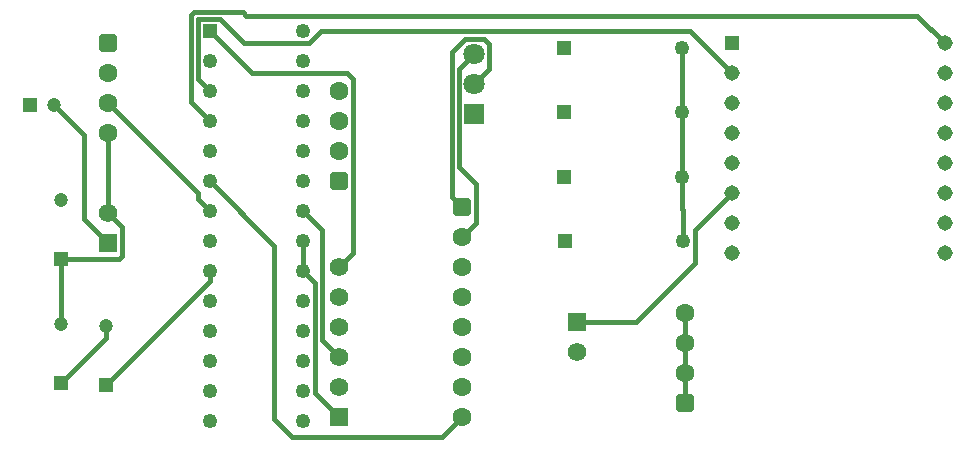
<source format=gtl>
G04*
G04 #@! TF.GenerationSoftware,Altium Limited,Altium Designer,25.2.1 (25)*
G04*
G04 Layer_Physical_Order=1*
G04 Layer_Color=255*
%FSLAX25Y25*%
%MOIN*%
G70*
G04*
G04 #@! TF.SameCoordinates,D5E538CD-2188-41BB-B8E0-149CA04C5D28*
G04*
G04*
G04 #@! TF.FilePolarity,Positive*
G04*
G01*
G75*
%ADD15C,0.04921*%
%ADD16R,0.04921X0.04921*%
%ADD21C,0.06181*%
%ADD22R,0.06181X0.06181*%
%ADD25C,0.04724*%
%ADD26R,0.04724X0.04724*%
%ADD29R,0.04724X0.04724*%
%ADD30C,0.01500*%
%ADD31C,0.05150*%
%ADD32R,0.05150X0.05150*%
%ADD33C,0.07087*%
%ADD34R,0.07087X0.07087*%
%ADD35C,0.06299*%
G04:AMPARAMS|DCode=36|XSize=62.99mil|YSize=62.99mil|CornerRadius=15.75mil|HoleSize=0mil|Usage=FLASHONLY|Rotation=90.000|XOffset=0mil|YOffset=0mil|HoleType=Round|Shape=RoundedRectangle|*
%AMROUNDEDRECTD36*
21,1,0.06299,0.03150,0,0,90.0*
21,1,0.03150,0.06299,0,0,90.0*
1,1,0.03150,0.01575,0.01575*
1,1,0.03150,0.01575,-0.01575*
1,1,0.03150,-0.01575,-0.01575*
1,1,0.03150,-0.01575,0.01575*
%
%ADD36ROUNDEDRECTD36*%
D15*
X227870Y112000D02*
D03*
X228185Y69000D02*
D03*
X227870Y90500D02*
D03*
Y133500D02*
D03*
X70500Y129000D02*
D03*
Y119000D02*
D03*
Y109000D02*
D03*
Y99000D02*
D03*
Y89000D02*
D03*
Y79000D02*
D03*
Y69000D02*
D03*
Y59000D02*
D03*
Y49000D02*
D03*
Y39000D02*
D03*
Y29000D02*
D03*
Y19000D02*
D03*
Y9000D02*
D03*
X101500D02*
D03*
Y19000D02*
D03*
Y29000D02*
D03*
Y39000D02*
D03*
Y49000D02*
D03*
Y59000D02*
D03*
Y69000D02*
D03*
Y79000D02*
D03*
Y89000D02*
D03*
Y99000D02*
D03*
Y109000D02*
D03*
Y119000D02*
D03*
Y129000D02*
D03*
Y139000D02*
D03*
D16*
X188500Y112000D02*
D03*
X188815Y69000D02*
D03*
X188500Y90500D02*
D03*
Y133500D02*
D03*
X70500Y139000D02*
D03*
D21*
X36500Y78500D02*
D03*
X113500Y60500D02*
D03*
Y50500D02*
D03*
Y40500D02*
D03*
Y30500D02*
D03*
Y20500D02*
D03*
X193000Y32000D02*
D03*
D22*
X36500Y68500D02*
D03*
X113500Y10500D02*
D03*
X193000Y42000D02*
D03*
D25*
X18500Y114500D02*
D03*
X21000Y82843D02*
D03*
X36000Y40843D02*
D03*
X21000Y41343D02*
D03*
D26*
X10626Y114500D02*
D03*
D29*
X21000Y63157D02*
D03*
X36000Y21157D02*
D03*
X21000Y21657D02*
D03*
D30*
X64189Y115311D02*
X70500Y109000D01*
X64189Y115311D02*
Y144400D01*
X65100Y145311D01*
X81522D01*
X82532Y144300D01*
X306200D01*
X315500Y135000D01*
X147800Y3800D02*
X154500Y10500D01*
X97900Y3800D02*
X147800D01*
X92000Y9700D02*
X97900Y3800D01*
X92000Y9700D02*
Y67500D01*
X70500Y89000D02*
X92000Y67500D01*
X21000Y41343D02*
Y63157D01*
X40300D01*
X41200Y64057D01*
Y73800D01*
X36500Y78500D02*
X41200Y73800D01*
X36500Y78500D02*
Y105000D01*
X101500Y79000D02*
X107811Y72689D01*
Y36189D02*
Y72689D01*
Y36189D02*
X113500Y30500D01*
X151100Y83900D02*
X154500Y80500D01*
X151100Y83900D02*
Y132200D01*
X155500Y136600D01*
X161900D01*
X163600Y134900D01*
Y126600D02*
Y134900D01*
X158500Y121500D02*
X163600Y126600D01*
X227870Y90500D02*
Y112000D01*
Y133500D01*
Y79815D02*
Y90500D01*
Y79815D02*
X228185Y79500D01*
Y69000D02*
Y79500D01*
X21000Y21657D02*
X36000Y36657D01*
Y40843D01*
X18500Y114500D02*
X28400Y104600D01*
Y76600D02*
Y104600D01*
Y76600D02*
X36500Y68500D01*
X70500Y139000D02*
X84511Y124989D01*
X116311D01*
X118200Y123100D01*
Y65200D02*
Y123100D01*
X113500Y60500D02*
X118200Y65200D01*
X193000Y42000D02*
X212400D01*
X232200Y61800D01*
Y72700D01*
X244500Y85000D01*
X66489Y123011D02*
X70500Y119000D01*
X66489Y123011D02*
Y143011D01*
X73789D01*
X81811Y134989D01*
X103389D01*
X107500Y139100D01*
X230400D01*
X244500Y125000D01*
X101500Y59000D02*
Y69000D01*
Y59000D02*
X105511Y54989D01*
Y18489D02*
Y54989D01*
Y18489D02*
X113500Y10500D01*
X66400Y83100D02*
X70500Y79000D01*
X66400Y83100D02*
Y85100D01*
X36500Y115000D02*
X66400Y85100D01*
X229000Y35000D02*
Y45000D01*
X154500Y70500D02*
X159200Y75200D01*
Y88100D01*
X153400Y93900D02*
X159200Y88100D01*
X153400Y93900D02*
Y126400D01*
X158500Y131500D01*
X229000Y25000D02*
Y35000D01*
Y15000D02*
Y25000D01*
X36000Y21157D02*
X70500Y55657D01*
Y59000D01*
D31*
X244500Y105000D02*
D03*
Y95000D02*
D03*
X315500Y105000D02*
D03*
Y95000D02*
D03*
X244500Y85000D02*
D03*
Y115000D02*
D03*
X315500D02*
D03*
Y85000D02*
D03*
X244500Y125000D02*
D03*
X315500D02*
D03*
X244500Y75000D02*
D03*
X315500D02*
D03*
Y135000D02*
D03*
X244500Y65000D02*
D03*
X315500D02*
D03*
D32*
X244500Y135000D02*
D03*
D33*
X158500Y131500D02*
D03*
Y121500D02*
D03*
D34*
Y111500D02*
D03*
D35*
X229000Y25000D02*
D03*
Y35000D02*
D03*
Y45000D02*
D03*
X36500Y125000D02*
D03*
Y115000D02*
D03*
Y105000D02*
D03*
X113500Y99000D02*
D03*
Y109000D02*
D03*
Y119000D02*
D03*
X154500Y30500D02*
D03*
Y50500D02*
D03*
Y70500D02*
D03*
Y60500D02*
D03*
Y40500D02*
D03*
Y20500D02*
D03*
Y10500D02*
D03*
D36*
X229000Y15000D02*
D03*
X36500Y135000D02*
D03*
X113500Y89000D02*
D03*
X154500Y80500D02*
D03*
M02*

</source>
